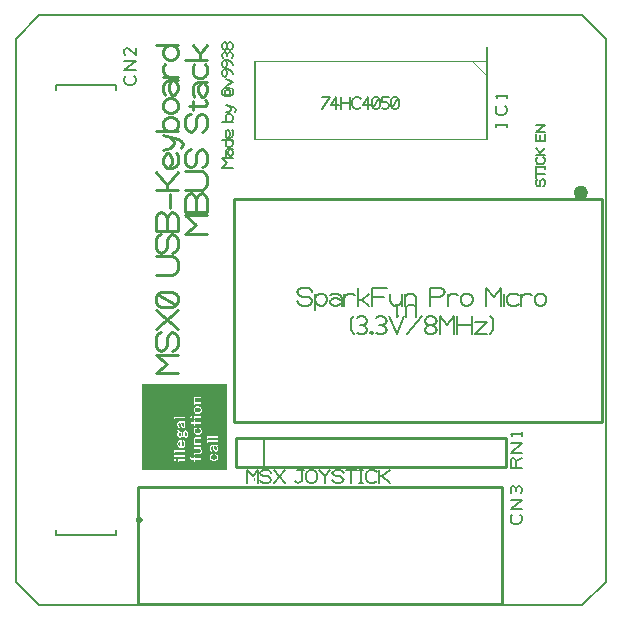
<source format=gbr>
G04 DesignSpark PCB PRO Gerber Version 10.0 Build 5299*
G04 #@! TF.Part,Single*
G04 #@! TF.FileFunction,Legend,Top*
G04 #@! TF.FilePolarity,Positive*
%FSLAX35Y35*%
%MOIN*%
%ADD11C,0.00197*%
%ADD131C,0.00394*%
%ADD10C,0.00500*%
%ADD14C,0.00591*%
%ADD13C,0.00787*%
%ADD12C,0.00984*%
%ADD24C,0.01000*%
%ADD15C,0.02000*%
G04 #@! TD.AperFunction*
X0Y0D02*
D02*
D10*
X76187Y291539D02*
X76500Y291226D01*
X76813Y290601D01*
Y289664D01*
X76500Y289039D01*
X76187Y288726D01*
X75563Y288414D01*
X74313D01*
X73687Y288726D01*
X73375Y289039D01*
X73063Y289664D01*
Y290601D01*
X73375Y291226D01*
X73687Y291539D01*
X76813Y293414D02*
X73063D01*
X76813Y296539D01*
X73063D01*
X76813Y300914D02*
Y298414D01*
X74625Y300601D01*
X74000Y300914D01*
X73375Y300601D01*
X73063Y299976D01*
Y299039D01*
X73375Y298414D01*
X119559Y170846D02*
Y160849D01*
X139000Y280601D02*
X141500Y284351D01*
X139000D01*
X143663Y280601D02*
Y284351D01*
X142100Y281851D01*
X144600D01*
X145200Y280601D02*
Y284351D01*
Y282476D02*
X148325D01*
Y280601D02*
Y284351D01*
X152075Y281226D02*
X151763Y280914D01*
X151137Y280601D01*
X150200D01*
X149575Y280914D01*
X149263Y281226D01*
X148950Y281851D01*
Y283101D01*
X149263Y283726D01*
X149575Y284039D01*
X150200Y284351D01*
X151137D01*
X151763Y284039D01*
X152075Y283726D01*
X154263Y280601D02*
Y284351D01*
X152700Y281851D01*
X155200D01*
X156113Y280914D02*
X156737Y280601D01*
X157363D01*
X157987Y280914D01*
X158300Y281539D01*
Y283414D01*
X157987Y284039D01*
X157363Y284351D01*
X156737D01*
X156113Y284039D01*
X155800Y283414D01*
Y281539D01*
X156113Y280914D01*
X157987Y284039D01*
X158900Y280914D02*
X159525Y280601D01*
X160463D01*
X161087Y280914D01*
X161400Y281539D01*
Y281851D01*
X161087Y282476D01*
X160463Y282789D01*
X158900D01*
Y284351D01*
X161400D01*
X162313Y280914D02*
X162937Y280601D01*
X163563D01*
X164187Y280914D01*
X164500Y281539D01*
Y283414D01*
X164187Y284039D01*
X163563Y284351D01*
X162937D01*
X162313Y284039D01*
X162000Y283414D01*
Y281539D01*
X162313Y280914D01*
X164187Y284039D01*
X170250Y211226D02*
Y214039D01*
X169937Y214664D01*
X169313Y214976D01*
X168063D01*
X167437Y214664D01*
X167125Y214039D01*
Y211226D01*
X164625Y214976D02*
X163375D01*
X164000D02*
Y211226D01*
X164625Y211851D01*
X200563Y274351D02*
Y275601D01*
Y274976D02*
X196813D01*
Y274351D02*
Y275601D01*
X199937Y281539D02*
X200250Y281226D01*
X200563Y280601D01*
Y279664D01*
X200250Y279039D01*
X199937Y278726D01*
X199313Y278414D01*
X198063D01*
X197437Y278726D01*
X197125Y279039D01*
X196813Y279664D01*
Y280601D01*
X197125Y281226D01*
X197437Y281539D01*
X200563Y284039D02*
Y285289D01*
Y284664D02*
X196813D01*
X197437Y284039D01*
X204937Y145289D02*
X205250Y144976D01*
X205563Y144351D01*
Y143414D01*
X205250Y142789D01*
X204937Y142476D01*
X204313Y142164D01*
X203063D01*
X202437Y142476D01*
X202125Y142789D01*
X201813Y143414D01*
Y144351D01*
X202125Y144976D01*
X202437Y145289D01*
X205563Y147164D02*
X201813D01*
X205563Y150289D01*
X201813D01*
X205250Y152476D02*
X205563Y153101D01*
Y153726D01*
X205250Y154351D01*
X204625Y154664D01*
X204000Y154351D01*
X203687Y153726D01*
Y153101D01*
Y153726D02*
X203375Y154351D01*
X202750Y154664D01*
X202125Y154351D01*
X201813Y153726D01*
Y153101D01*
X202125Y152476D01*
X205563Y160914D02*
X201813D01*
Y163101D01*
X202125Y163726D01*
X202750Y164039D01*
X203375Y163726D01*
X203687Y163101D01*
Y160914D01*
Y163101D02*
X205563Y164039D01*
Y165914D02*
X201813D01*
X205563Y169039D01*
X201813D01*
X205563Y171539D02*
Y172789D01*
Y172164D02*
X201813D01*
X202437Y171539D01*
X212524Y254664D02*
X213016Y254910D01*
X213262Y255402D01*
Y256386D01*
X213016Y256878D01*
X212524Y257124D01*
X212031Y256878D01*
X211785Y256386D01*
Y255402D01*
X211539Y254910D01*
X211047Y254664D01*
X210555Y254910D01*
X210309Y255402D01*
Y256386D01*
X210555Y256878D01*
X211047Y257124D01*
X213262Y258847D02*
X210309D01*
Y257617D02*
Y260077D01*
X213262Y260569D02*
Y261554D01*
Y261061D02*
X210309D01*
Y260569D02*
Y261554D01*
X212770Y264487D02*
X213016Y264241D01*
X213262Y263748D01*
Y263010D01*
X213016Y262518D01*
X212770Y262272D01*
X212278Y262026D01*
X211293D01*
X210801Y262272D01*
X210555Y262518D01*
X210309Y263010D01*
Y263748D01*
X210555Y264241D01*
X210801Y264487D01*
X213262Y264979D02*
X210309D01*
X211785D02*
Y265717D01*
X210309Y267439D01*
X211785Y265717D02*
X213262Y267439D01*
Y269703D02*
X210309D01*
Y272164D01*
X211785Y271672D02*
Y269703D01*
X213262D02*
Y272164D01*
Y272656D02*
X210309D01*
X213262Y275117D01*
X210309D01*
X225801Y311839D02*
X233675Y303965D01*
Y122863D01*
X225801Y114989D01*
X44699D01*
X36825Y122863D01*
Y303965D01*
X44699Y311839D01*
X225801D01*
X227350Y252542D02*
G75*
G03*
X223150I-2100J0D01*
G01*
G75*
G03*
X227350I2100J0D01*
G01*
G36*
X227350Y252542D02*
G75*
G03*
X223150I-2100J0D01*
G01*
G75*
G03*
X227350I2100J0D01*
G01*
G37*
D02*
D11*
X78850Y160414D02*
Y188714D01*
X78950Y160413D02*
Y188714D01*
X79050Y160414D02*
Y188713D01*
X79150Y160414D02*
X79150Y188714D01*
X79250Y160414D02*
Y188714D01*
X79350Y160414D02*
Y188714D01*
X79450Y160413D02*
Y188714D01*
X79550Y160414D02*
Y188713D01*
X79650Y160414D02*
X79650Y188713D01*
X79750Y160414D02*
Y188714D01*
X79850Y160414D02*
X79850Y188714D01*
X79950Y160413D02*
Y188714D01*
X80050Y160414D02*
Y188713D01*
X80150Y160414D02*
X80150Y188713D01*
X80250Y160414D02*
Y188714D01*
X80350Y160414D02*
X80350Y188714D01*
X80450Y160413D02*
Y188714D01*
X80550Y160414D02*
Y188713D01*
X80650Y160414D02*
Y188714D01*
X80750Y160414D02*
Y188714D01*
X80850Y160414D02*
Y188714D01*
X80950Y160413D02*
Y188714D01*
X81050Y160414D02*
X81050Y188714D01*
X81150Y160414D02*
Y188714D01*
X81250Y160414D02*
Y188714D01*
X81350Y160414D02*
X81350Y188714D01*
X81450Y160413D02*
Y188714D01*
X81550Y160414D02*
X81550Y188714D01*
X81650Y160414D02*
Y188714D01*
X81750Y160414D02*
Y188714D01*
X81850Y160414D02*
Y188713D01*
X81950Y160413D02*
Y188714D01*
X82050Y160414D02*
X82050Y188714D01*
X82150Y160414D02*
Y188714D01*
X82250Y160413D02*
Y188714D01*
X82350Y160414D02*
Y188713D01*
X82450Y160414D02*
X82450Y188714D01*
X82550Y160414D02*
X82550Y188714D01*
X82650Y160414D02*
Y188714D01*
X82750Y160413D02*
Y188714D01*
X82850Y160414D02*
Y188713D01*
X82950Y160414D02*
X82950Y188714D01*
X83050Y160414D02*
Y188714D01*
X83150Y160414D02*
Y188714D01*
X83250Y160413D02*
Y188714D01*
X83350Y160414D02*
Y188713D01*
X83450Y160414D02*
X83449Y188714D01*
X83550Y160414D02*
Y188714D01*
X83650Y160414D02*
X83650Y188714D01*
X83750Y160413D02*
Y188714D01*
X83850Y160414D02*
Y188713D01*
X83950Y160414D02*
X83950Y188713D01*
X84050Y160414D02*
Y188714D01*
X84150Y160414D02*
X84150Y188714D01*
X84250Y160413D02*
Y188714D01*
X84350Y160414D02*
Y188713D01*
X84450Y160414D02*
Y188714D01*
X84550Y160414D02*
Y188714D01*
X84650Y160414D02*
X84650Y188714D01*
X84750Y160413D02*
Y188714D01*
X84850Y160414D02*
X84850Y188714D01*
X84950Y160414D02*
Y188714D01*
X85050Y160414D02*
Y188714D01*
X85150Y160414D02*
X85150Y188714D01*
X85250Y160413D02*
Y188714D01*
X85350Y160414D02*
X85350Y188714D01*
X85450Y160414D02*
Y188714D01*
X85550Y160414D02*
Y188714D01*
X85650Y160414D02*
Y188713D01*
X85750Y160413D02*
Y188714D01*
X85850Y160414D02*
X85850Y188714D01*
X85950Y160414D02*
Y188714D01*
X86050Y160414D02*
Y188714D01*
X86150Y160414D02*
Y188713D01*
X86250Y160414D02*
X86250Y188714D01*
X86350Y160414D02*
X86350Y188714D01*
X86450Y160414D02*
Y188714D01*
X86550Y160413D02*
Y188714D01*
X86650Y160414D02*
Y188713D01*
X86750Y160414D02*
X86750Y188714D01*
X86850Y160414D02*
Y188714D01*
X86950Y160414D02*
Y188714D01*
X87050Y160413D02*
Y188714D01*
X87150Y160414D02*
Y188713D01*
X87250Y160414D02*
X87249Y188714D01*
X87350Y160414D02*
Y188714D01*
X87450Y160414D02*
X87450Y188714D01*
X87550Y160413D02*
Y188714D01*
X87650Y160414D02*
Y188713D01*
X87750Y160414D02*
X87750Y188713D01*
X87850Y160414D02*
Y188714D01*
X87950Y160414D02*
X87950Y188714D01*
X88050Y160413D02*
Y188714D01*
X88150Y160414D02*
Y188713D01*
X88250Y160414D02*
Y188714D01*
X88350Y160414D02*
Y188714D01*
X88450Y160414D02*
X88450Y188714D01*
X88550Y160413D02*
Y188714D01*
X88650Y160414D02*
X88650Y188714D01*
X88750Y160414D02*
Y188714D01*
X88850Y160414D02*
Y188714D01*
X88950Y160414D02*
X88950Y188714D01*
X89050Y160413D02*
Y188714D01*
X89150Y160414D02*
X89150Y188714D01*
X89250Y160414D02*
Y188714D01*
X89350Y160414D02*
Y163213D01*
Y163914D02*
Y188714D01*
X89450Y160414D02*
Y163113D01*
Y164014D02*
X89450Y164314D01*
X89450Y165514D02*
Y165814D01*
Y167014D02*
Y177013D01*
Y178214D02*
Y188713D01*
X89550Y160413D02*
Y163013D01*
Y164013D02*
Y164313D01*
Y165513D02*
Y165813D01*
Y167013D02*
Y177014D01*
Y178213D02*
Y188714D01*
X89650Y178213D02*
X89650Y188714D01*
X89650Y160414D02*
X89650Y163013D01*
X89650Y165514D02*
X89650Y165813D01*
X89650Y167014D02*
X89650Y177014D01*
Y164014D02*
X89650Y164313D01*
X89750Y160414D02*
Y163014D01*
Y164114D02*
Y164314D01*
Y165514D02*
Y165814D01*
Y167014D02*
Y177014D01*
Y178214D02*
Y188714D01*
X89850Y160414D02*
X89850Y163014D01*
X89850Y164114D02*
X89851Y164314D01*
X89850Y165513D02*
X89851Y165814D01*
X89850Y167013D02*
Y177014D01*
X89850Y178214D02*
X89850Y188714D01*
X89950Y160414D02*
Y163014D01*
Y164014D02*
X89950Y164314D01*
X89950Y165514D02*
Y165814D01*
Y167014D02*
Y177013D01*
Y178214D02*
Y188713D01*
X90050Y165513D02*
Y166114D01*
Y167013D02*
Y177314D01*
Y178213D02*
Y188714D01*
X90050Y160414D02*
X90050Y163114D01*
X90050Y164014D02*
X90050Y164614D01*
X90150Y178213D02*
X90150Y188714D01*
X90150Y160414D02*
Y163214D01*
Y165514D02*
X90150Y166114D01*
X90150Y167014D02*
X90150Y177314D01*
Y163914D02*
Y164614D01*
X90250Y160414D02*
Y164614D01*
Y165514D02*
Y166114D01*
Y167014D02*
Y177314D01*
Y178214D02*
Y188714D01*
X90350Y160413D02*
Y164614D01*
Y165513D02*
Y166114D01*
Y167013D02*
Y177314D01*
X90351Y178214D02*
X90350Y188714D01*
X90450Y160414D02*
Y164613D01*
Y165514D02*
Y166113D01*
Y167014D02*
Y177313D01*
Y178214D02*
Y188713D01*
X90550Y165513D02*
Y166114D01*
Y167013D02*
Y168414D01*
Y172714D02*
Y173113D01*
Y173714D02*
Y174714D01*
Y176014D02*
Y177314D01*
Y178213D02*
Y188714D01*
X90550Y160414D02*
X90550Y164614D01*
X90550Y169514D02*
Y171514D01*
X90650Y172913D02*
X90650Y173014D01*
X90650Y178213D02*
X90650Y188714D01*
X90650Y160414D02*
X90650Y162814D01*
X90650Y165514D02*
X90650Y166114D01*
X90650Y167014D02*
Y168113D01*
Y169814D02*
Y171314D01*
X90650Y164014D02*
Y164614D01*
Y173714D02*
X90650Y174513D01*
X90650Y176314D02*
Y177314D01*
X90750Y160414D02*
Y162814D01*
Y164014D02*
Y164613D01*
Y165514D02*
Y166114D01*
Y167014D02*
Y168014D01*
Y169914D02*
Y171114D01*
Y173714D02*
Y174414D01*
Y176414D02*
Y177314D01*
Y178214D02*
Y188714D01*
X90850Y164014D02*
X90850Y164614D01*
X90850Y170014D02*
Y171114D01*
X90850Y160413D02*
Y162814D01*
Y165513D02*
Y166114D01*
Y167013D02*
Y167914D01*
Y173714D02*
Y174214D01*
Y176514D02*
Y177314D01*
Y178213D02*
Y188714D01*
X90950Y160414D02*
Y162813D01*
Y164014D02*
Y164613D01*
Y165514D02*
Y166113D01*
Y167014D02*
Y167814D01*
Y170114D02*
Y171013D01*
Y173713D02*
Y174213D01*
Y176614D02*
Y177313D01*
Y178214D02*
Y188713D01*
X91050Y175313D02*
X91050Y175514D01*
Y165513D02*
Y166114D01*
Y167013D02*
X91050Y167713D01*
X91050Y168914D02*
Y169013D01*
Y173714D02*
Y174113D01*
Y176713D02*
X91049Y177314D01*
X91050Y178213D02*
X91049Y188714D01*
X91050Y160414D02*
X91050Y162814D01*
X91050Y164014D02*
X91050Y164614D01*
X91050Y170214D02*
X91050Y170914D01*
X91050Y172114D02*
X91150Y160414D02*
Y162814D01*
Y164014D02*
Y164614D01*
Y165514D02*
Y166114D01*
Y167014D02*
Y167613D01*
Y168714D02*
Y169214D01*
Y170314D02*
Y170913D01*
Y171913D02*
Y172314D01*
Y173514D02*
Y174114D01*
Y175114D02*
Y175713D01*
Y176713D02*
Y177314D01*
Y178214D02*
Y188714D01*
X91250Y160414D02*
Y163113D01*
Y164014D02*
Y164613D01*
Y165514D02*
Y166114D01*
Y167014D02*
Y167614D01*
Y168614D02*
Y169314D01*
Y170314D02*
Y170914D01*
Y171814D02*
Y172414D01*
Y173313D02*
Y174114D01*
Y175013D02*
X91250Y175814D01*
X91250Y176714D02*
Y177314D01*
Y178214D02*
X91250Y188714D01*
X91350Y164014D02*
X91350Y164614D01*
Y160413D02*
Y163114D01*
Y165513D02*
Y166114D01*
Y167013D02*
Y167613D01*
Y168513D02*
Y169414D01*
Y170313D02*
Y170914D01*
Y171813D02*
Y172413D01*
Y173313D02*
Y174113D01*
Y175014D02*
Y175814D01*
Y176713D02*
Y177314D01*
Y178213D02*
Y188714D01*
X91450Y160414D02*
Y163113D01*
Y164014D02*
Y164613D01*
Y165514D02*
Y166113D01*
Y167014D02*
Y167514D01*
Y168514D02*
Y169413D01*
Y170413D02*
X91450Y170914D01*
X91450Y171814D02*
X91450Y172414D01*
X91450Y173313D02*
Y174114D01*
Y174914D02*
Y175914D01*
Y176813D02*
Y177313D01*
Y178214D02*
Y188713D01*
X91550Y176813D02*
X91549Y177314D01*
X91550Y165513D02*
Y166114D01*
Y170414D02*
Y170914D01*
Y173313D02*
Y174113D01*
X91550Y160414D02*
X91550Y163114D01*
X91550Y164014D02*
X91550Y164614D01*
X91550Y167014D02*
Y167514D01*
Y171814D02*
X91550Y172413D01*
X91550Y174914D02*
X91550Y175313D01*
X91550Y178214D02*
X91550Y188713D01*
X91650Y160414D02*
Y163114D01*
Y164014D02*
Y164614D01*
Y165513D02*
Y166114D01*
Y167014D02*
Y167514D01*
Y170414D02*
Y170913D01*
Y171913D02*
Y172314D01*
Y173313D02*
Y174914D01*
Y176814D02*
Y177314D01*
Y178214D02*
Y188714D01*
X91750Y160414D02*
Y163113D01*
Y164014D02*
Y164613D01*
Y165514D02*
Y166114D01*
Y167014D02*
Y167514D01*
Y170414D02*
Y170914D01*
Y173213D02*
Y174614D01*
Y178214D02*
X91750Y188714D01*
Y176814D02*
Y177314D01*
X91850Y160413D02*
Y163114D01*
Y164013D02*
Y164614D01*
Y165513D02*
Y166114D01*
Y167013D02*
Y167513D01*
Y170414D02*
Y171014D01*
Y173214D02*
Y174514D01*
Y176814D02*
Y177314D01*
Y178213D02*
Y188714D01*
X91950Y160414D02*
Y163113D01*
Y164014D02*
Y164613D01*
Y165514D02*
Y166113D01*
Y167014D02*
Y167514D01*
Y173114D02*
Y174313D01*
Y176813D02*
Y177313D01*
Y178214D02*
Y188713D01*
X91950Y170414D02*
X91950Y171114D01*
X92050Y173013D02*
X92050Y174214D01*
X92050Y175813D02*
X92050Y175914D01*
X92050Y176813D02*
X92050Y177314D01*
X92050Y160414D02*
Y163114D01*
Y165513D02*
Y166114D01*
Y170414D02*
Y171214D01*
X92050Y164014D02*
X92050Y164614D01*
X92050Y167014D02*
Y167514D01*
Y178214D02*
X92050Y188713D01*
X92150Y160414D02*
Y163114D01*
Y164014D02*
Y164614D01*
Y165513D02*
Y166114D01*
Y167014D02*
Y167514D01*
Y168414D02*
Y171214D01*
Y172913D02*
Y174113D01*
Y175414D02*
Y175914D01*
Y176814D02*
Y177314D01*
Y178214D02*
Y188714D01*
X92250Y175214D02*
X92250Y175914D01*
Y160414D02*
Y163113D01*
Y164014D02*
Y164613D01*
Y165514D02*
Y166113D01*
Y167014D02*
Y167514D01*
Y168413D02*
Y171114D01*
Y172614D02*
Y174114D01*
Y178214D02*
X92250Y188714D01*
Y176814D02*
Y177314D01*
X92350Y160413D02*
Y163114D01*
Y164013D02*
Y164614D01*
Y165513D02*
Y166114D01*
Y167013D02*
Y167513D01*
Y168414D02*
Y169613D01*
Y170414D02*
Y171014D01*
Y171913D02*
Y174014D01*
Y175014D02*
Y175913D01*
Y176814D02*
Y177314D01*
Y178213D02*
Y188714D01*
X92450Y160414D02*
Y163113D01*
Y164014D02*
Y164613D01*
Y165514D02*
X92450Y166114D01*
X92450Y167014D02*
Y167514D01*
Y168514D02*
X92450Y169614D01*
X92450Y175013D02*
Y175914D01*
Y176813D02*
X92450Y177314D01*
Y170414D02*
X92450Y171013D01*
X92450Y172414D02*
Y174014D01*
Y178214D02*
X92450Y188713D01*
X92550Y165513D02*
Y166114D01*
Y170414D02*
X92550Y171013D01*
X92550Y173113D02*
X92550Y174014D01*
Y160414D02*
X92550Y163114D01*
X92550Y164014D02*
X92550Y164614D01*
X92550Y167014D02*
Y167514D01*
Y168514D02*
Y169614D01*
Y174914D02*
X92550Y175713D01*
X92550Y176814D02*
Y177314D01*
Y178214D02*
Y188714D01*
X92650Y160414D02*
Y163114D01*
Y164014D02*
Y164614D01*
Y165513D02*
Y166114D01*
Y167014D02*
Y167613D01*
Y170313D02*
Y171014D01*
Y173314D02*
Y174014D01*
Y175014D02*
Y175614D01*
Y176814D02*
Y177314D01*
X92650Y178214D02*
X92650Y188714D01*
X92651Y168613D02*
X92650Y169514D01*
X92750Y160414D02*
Y163113D01*
Y164014D02*
Y164613D01*
Y165514D02*
Y166113D01*
Y167014D02*
X92750Y167614D01*
X92750Y168713D02*
Y169413D01*
Y170314D02*
Y171013D01*
Y173514D02*
Y174014D01*
Y175013D02*
Y175513D01*
Y176814D02*
Y177314D01*
Y178214D02*
Y188714D01*
X92850Y160413D02*
Y163114D01*
Y164013D02*
Y164614D01*
Y165513D02*
Y166114D01*
Y167013D02*
Y167714D01*
Y170313D02*
Y171113D01*
Y173613D02*
Y174014D01*
Y176814D02*
Y177314D01*
Y178213D02*
Y188714D01*
X92949Y164014D02*
X92950Y164613D01*
X92950Y178213D02*
X92950Y188714D01*
X92950Y160414D02*
Y163113D01*
Y165514D02*
X92950Y166114D01*
X92950Y167014D02*
Y167713D01*
Y173614D02*
Y174114D01*
X92950Y170214D02*
X92949Y171114D01*
X92950Y176814D02*
Y177314D01*
X93050Y160414D02*
Y163113D01*
Y164014D02*
Y164614D01*
Y165514D02*
Y166114D01*
Y167014D02*
Y167814D01*
Y170114D02*
Y170914D01*
Y173614D02*
Y174114D01*
Y176814D02*
Y177314D01*
Y178214D02*
Y188714D01*
X93150Y160414D02*
Y163114D01*
Y164014D02*
Y164614D01*
Y165513D02*
Y166114D01*
Y167013D02*
Y167914D01*
Y170014D02*
Y170913D01*
Y171814D02*
Y172314D01*
Y173714D02*
Y174214D01*
Y176814D02*
Y177314D01*
X93150Y178214D02*
X93150Y188714D01*
X93250Y160414D02*
Y163113D01*
Y164014D02*
Y164613D01*
Y165514D02*
Y166113D01*
Y167014D02*
X93250Y168114D01*
X93250Y169814D02*
Y170814D01*
Y171713D02*
Y172713D01*
Y173713D02*
Y174313D01*
Y175813D02*
Y176013D01*
Y176813D02*
X93250Y177314D01*
X93250Y178214D02*
Y188713D01*
X93350Y160413D02*
Y168414D01*
Y169613D02*
Y170813D01*
Y171714D02*
X93350Y172814D01*
X93350Y173714D02*
Y174514D01*
Y175613D02*
Y188714D01*
X93450Y160414D02*
Y170814D01*
Y171713D02*
Y172814D01*
X93450Y173714D02*
Y188714D01*
X93550Y160414D02*
Y170814D01*
Y171913D02*
Y172614D01*
Y173714D02*
Y188714D01*
X93650Y160414D02*
Y170813D01*
Y173613D02*
Y188714D01*
X93750Y160414D02*
Y170913D01*
Y173614D02*
Y188713D01*
X93850Y160413D02*
Y170914D01*
Y173514D02*
Y188714D01*
X93950Y173413D02*
X93950Y188714D01*
X93950Y160414D02*
Y171013D01*
X94050Y160414D02*
Y171213D01*
Y173214D02*
Y188714D01*
X94150Y172814D02*
X94150Y188714D01*
Y160413D02*
X94150Y171614D01*
X94250Y160414D02*
Y188713D01*
X94350Y160414D02*
X94350Y188714D01*
X94450Y160414D02*
X94450Y188714D01*
X94550Y160414D02*
Y188714D01*
X94650Y160413D02*
Y188714D01*
X94750Y160414D02*
Y177513D01*
Y178113D02*
Y188713D01*
X94850Y164913D02*
X94850Y177413D01*
Y178213D02*
X94850Y188714D01*
X94850Y160414D02*
X94850Y163913D01*
X94950Y160414D02*
Y163614D01*
Y164914D02*
Y177314D01*
Y178313D02*
Y188714D01*
X95050Y160414D02*
Y163514D01*
Y178314D02*
X95050Y188714D01*
Y164914D02*
X95050Y177314D01*
X95150Y160413D02*
X95150Y163514D01*
X95150Y164914D02*
X95150Y175414D01*
X95150Y176314D02*
Y177314D01*
Y178314D02*
Y188714D01*
X95250Y160414D02*
Y163413D01*
Y164913D02*
Y175414D01*
Y176313D02*
Y177313D01*
Y178313D02*
Y188713D01*
X95350Y164913D02*
X95350Y175414D01*
X95350Y176313D02*
X95349Y177314D01*
X95350Y160414D02*
X95350Y163413D01*
X95350Y178314D02*
X95350Y188713D01*
X95450Y160414D02*
Y163414D01*
Y164313D02*
Y175414D01*
Y176314D02*
Y177314D01*
Y178313D02*
Y188714D01*
X95550Y160414D02*
X95551Y163414D01*
X95550Y164314D02*
Y175414D01*
Y178214D02*
X95550Y188714D01*
Y176314D02*
X95550Y177414D01*
X95650Y160413D02*
Y163414D01*
Y164313D02*
Y175413D01*
Y176314D02*
Y177613D01*
Y178014D02*
Y188714D01*
X95750Y160414D02*
Y163413D01*
Y176313D02*
Y188713D01*
X95750Y164314D02*
X95750Y175414D01*
X95850Y176313D02*
Y188713D01*
X95850Y160414D02*
X95850Y163413D01*
X95850Y164313D02*
X95850Y175414D01*
X95950Y160414D02*
Y163414D01*
Y164313D02*
Y169714D01*
Y170814D02*
Y172814D01*
Y176314D02*
Y179714D01*
Y180814D02*
Y183414D01*
Y184414D02*
Y188714D01*
X95950Y173914D02*
X95950Y175414D01*
X96050Y160414D02*
X96051Y162914D01*
X96050Y168014D02*
Y168314D01*
Y169413D02*
X96051Y169514D01*
X96050Y174114D02*
Y174914D01*
Y177013D02*
X96051Y177114D01*
X96050Y178314D02*
Y179414D01*
Y183014D02*
Y183113D01*
Y184613D02*
X96050Y188714D01*
Y164914D02*
X96050Y165014D01*
X96050Y181114D02*
X96051Y181914D01*
Y166214D02*
X96050Y167114D01*
X96051Y171014D02*
X96050Y172514D01*
X96150Y160413D02*
Y162914D01*
Y164914D02*
Y165013D01*
Y168013D02*
Y168313D01*
Y171113D02*
Y172313D01*
Y177014D02*
Y177113D01*
Y178314D02*
Y179314D01*
Y181213D02*
X96150Y181913D01*
X96150Y183013D02*
Y184713D02*
Y188714D01*
X96150Y166213D02*
X96150Y167114D01*
X96150Y174313D02*
X96150Y174913D01*
X96250Y160414D02*
Y162913D01*
Y164913D02*
Y165014D01*
Y166213D02*
X96250Y167114D01*
X96250Y168014D02*
Y168314D01*
Y171213D02*
Y172213D01*
Y177013D02*
Y177113D01*
Y178313D02*
Y179214D01*
Y181313D02*
Y181913D01*
X96250Y174414D02*
X96250Y174914D01*
X96250Y184814D02*
X96250Y188713D01*
X96350Y166213D02*
Y167114D01*
Y171214D02*
X96350Y172114D01*
X96350Y174513D02*
X96350Y174914D01*
X96350Y177014D02*
Y177113D01*
Y178314D02*
X96350Y179113D01*
X96350Y181413D02*
Y181913D01*
X96350Y160414D02*
X96350Y162913D01*
X96350Y164914D02*
X96350Y165013D01*
X96350Y168014D02*
Y168314D01*
Y184914D02*
Y188714D01*
X96450Y160414D02*
Y162914D01*
Y164914D02*
Y165013D01*
Y166214D02*
Y167113D01*
Y168014D02*
Y168314D01*
Y171314D02*
Y172014D01*
Y174613D02*
Y174914D01*
Y177014D02*
Y177114D01*
Y178314D02*
Y179013D01*
Y184914D02*
Y188714D01*
X96450Y181514D02*
X96450Y181914D01*
X96550Y180014D02*
Y180514D01*
X96550Y160414D02*
Y162913D01*
Y164914D02*
Y165014D01*
Y166213D02*
X96550Y167114D01*
X96550Y168014D02*
Y168314D01*
Y169814D02*
Y170314D01*
Y171314D02*
Y172013D01*
Y173114D02*
Y173614D01*
Y174614D02*
Y174914D01*
Y177013D02*
Y177113D01*
Y178313D02*
Y178914D01*
Y181614D02*
Y181913D01*
Y183413D02*
Y183913D01*
Y184914D02*
Y188714D01*
X96650Y160413D02*
Y163414D01*
Y164313D02*
Y165313D01*
Y168013D02*
Y168613D01*
Y169714D02*
Y170414D01*
Y171313D02*
Y171913D01*
Y172913D02*
Y173714D01*
Y174613D02*
Y175413D01*
Y176314D02*
Y177413D01*
Y178314D02*
Y178913D01*
Y179913D02*
Y180614D01*
Y181614D02*
Y182213D01*
Y183313D02*
Y184013D01*
Y184914D02*
Y188714D01*
X96650Y166213D02*
X96650Y167114D01*
X96750Y164313D02*
Y165313D01*
Y169613D02*
X96750Y170414D01*
X96750Y172913D02*
X96750Y173813D01*
Y160414D02*
Y163413D01*
Y166213D02*
X96750Y167114D01*
X96750Y168014D02*
X96750Y168613D01*
X96750Y171314D02*
X96750Y171913D01*
X96750Y174614D02*
X96750Y175414D01*
X96750Y176313D02*
Y177414D01*
Y178313D02*
Y178914D01*
Y179813D02*
Y180714D01*
Y181714D02*
Y182214D01*
Y183214D02*
X96750Y184014D01*
X96750Y184914D02*
Y188714D01*
X96850Y160414D02*
X96850Y163413D01*
X96850Y164313D02*
Y165314D01*
Y166213D02*
Y167114D01*
Y168014D02*
Y168613D01*
Y169513D02*
Y170414D01*
Y171314D02*
Y171913D01*
Y172813D02*
Y173813D01*
Y174614D02*
Y175414D01*
Y176314D02*
Y177414D01*
Y178314D02*
Y178813D01*
Y179814D02*
Y180713D01*
Y181714D02*
Y182214D01*
Y183114D02*
Y184014D01*
Y184914D02*
Y188714D01*
X96950Y160414D02*
Y163414D01*
Y166214D02*
Y167113D01*
Y168014D02*
X96951Y168614D01*
X96950Y169514D02*
Y170414D01*
Y171314D02*
Y171814D01*
Y172814D02*
Y173814D01*
Y174613D02*
Y175414D01*
Y176314D02*
Y177413D01*
Y178314D02*
Y178814D01*
Y179714D02*
Y180814D01*
Y181713D02*
Y182213D01*
Y183114D02*
Y184114D01*
Y184914D02*
Y188714D01*
X96951Y164313D02*
Y165314D01*
X97050Y164314D02*
X97050Y165314D01*
X97050Y184914D02*
X97050Y188713D01*
Y160414D02*
Y163413D01*
Y166213D02*
Y167113D01*
Y168014D02*
X97050Y168614D01*
X97050Y169513D02*
Y170413D01*
Y171314D02*
Y171814D01*
Y172814D02*
Y173813D01*
Y174614D02*
Y175414D01*
Y176313D02*
Y177414D01*
Y178313D02*
Y178813D01*
Y179714D02*
Y180813D01*
Y181714D02*
Y182214D01*
Y183113D02*
Y184113D01*
X97150Y160413D02*
X97150Y163414D01*
X97150Y164313D02*
Y165313D01*
Y168013D02*
Y168613D01*
Y171313D02*
Y171813D01*
Y172714D02*
Y175413D01*
Y176314D02*
Y177413D01*
Y178314D02*
Y178814D01*
Y179713D02*
Y180814D01*
Y181713D02*
Y182213D01*
Y183114D02*
Y184114D01*
Y184914D02*
Y188714D01*
X97150Y166213D02*
X97150Y167114D01*
X97150Y169513D02*
X97150Y170414D01*
X97250Y164313D02*
Y165313D01*
X97250Y160414D02*
Y163413D01*
Y166213D02*
Y167113D01*
Y168014D02*
X97250Y168613D01*
X97250Y169513D02*
X97250Y170414D01*
X97250Y171314D02*
Y171814D01*
Y178313D02*
Y178813D01*
Y181714D02*
Y182214D01*
Y183113D02*
Y184113D01*
X97250Y172714D02*
X97249Y175414D01*
X97250Y176314D02*
X97250Y177414D01*
X97250Y179714D02*
Y180814D01*
Y184914D02*
Y188714D01*
X97350Y160414D02*
Y163413D01*
Y164313D02*
Y165314D01*
Y166213D02*
Y167114D01*
Y168014D02*
Y168614D01*
Y169513D02*
Y170414D01*
Y171314D02*
Y171814D01*
Y172714D02*
Y175414D01*
Y176314D02*
Y177414D01*
Y178314D02*
Y178813D01*
Y179714D02*
Y180814D01*
Y181714D02*
Y182214D01*
Y183113D02*
Y184114D01*
Y184914D02*
Y188714D01*
X97450Y160414D02*
Y163414D01*
Y166214D02*
Y167113D01*
Y168014D02*
X97451Y168614D01*
X97450Y169514D02*
Y170414D01*
Y171313D02*
Y171814D01*
Y172714D02*
X97450Y175414D01*
X97450Y176314D02*
Y177413D01*
Y178314D02*
Y178814D01*
Y179714D02*
Y180814D01*
Y181713D02*
Y182213D01*
Y183114D02*
Y184114D01*
Y184914D02*
Y188714D01*
X97451Y164314D02*
Y165314D01*
X97550Y164314D02*
X97550Y165314D01*
Y160414D02*
Y163413D01*
Y166213D02*
Y167113D01*
Y168014D02*
Y168614D01*
Y169513D02*
Y170413D01*
Y171314D02*
Y171814D01*
Y172713D02*
Y175414D01*
Y176313D02*
Y177414D01*
Y178313D02*
Y178813D01*
Y179714D02*
Y180813D01*
Y181714D02*
Y182214D01*
Y183113D02*
Y184113D01*
Y184913D02*
Y188713D01*
X97650Y160413D02*
X97650Y163414D01*
X97650Y164313D02*
Y165313D01*
Y168013D02*
Y168613D01*
Y171313D02*
Y171813D01*
Y174613D02*
Y175413D01*
Y176314D02*
Y177413D01*
Y178314D02*
Y178814D01*
Y181713D02*
Y182213D01*
Y183114D02*
Y184114D01*
Y184914D02*
Y188714D01*
X97650Y166214D02*
X97650Y167114D01*
X97650Y169513D02*
X97650Y170414D01*
X97650Y172814D02*
X97650Y173913D01*
X97650Y179714D02*
X97650Y180814D01*
X97750Y164313D02*
Y165313D01*
X97750Y160414D02*
Y163413D01*
Y166213D02*
Y167113D01*
Y168014D02*
X97750Y168613D01*
X97750Y169513D02*
Y170414D01*
Y171314D02*
Y171814D01*
Y172814D02*
Y173813D01*
Y174614D02*
X97750Y175414D01*
X97750Y178313D02*
Y178813D01*
Y179714D02*
X97750Y180814D01*
X97750Y181714D02*
Y182214D01*
Y183113D02*
X97750Y184114D01*
Y176314D02*
X97750Y177414D01*
X97750Y184914D02*
Y188714D01*
X97850Y160414D02*
X97850Y163414D01*
X97850Y164314D02*
Y165314D01*
Y166213D02*
Y167114D01*
Y168014D02*
Y168614D01*
Y169513D02*
Y170414D01*
Y171314D02*
Y171914D01*
Y172813D02*
Y173813D01*
Y174614D02*
Y175414D01*
Y176314D02*
Y177414D01*
Y178314D02*
Y178813D01*
Y179813D02*
Y180714D01*
Y181714D02*
Y182214D01*
Y183113D02*
Y184114D01*
Y184914D02*
Y188714D01*
X97950Y166214D02*
X97950Y167113D01*
X97950Y169514D02*
X97950Y170414D01*
Y160413D02*
X97950Y163414D01*
X97950Y168013D02*
X97951Y168614D01*
X97950Y171313D02*
X97951Y171914D01*
X97950Y174613D02*
X97950Y175414D01*
X97950Y176314D02*
Y177413D01*
Y178314D02*
Y178814D01*
Y179814D02*
Y180713D01*
Y181713D02*
Y182213D01*
Y183114D02*
Y184114D01*
Y184914D02*
Y188714D01*
X97951Y164314D02*
Y165314D01*
Y172914D02*
X97950Y173814D01*
X98050Y160414D02*
Y163413D01*
Y166213D02*
Y167014D01*
Y168014D02*
Y168614D01*
Y169513D02*
Y170413D01*
Y171314D02*
X98050Y171913D01*
X98050Y172914D02*
Y173713D01*
Y174614D02*
Y175414D01*
Y176313D02*
Y177414D01*
Y178313D02*
Y178914D01*
Y179914D02*
Y180613D01*
Y181613D02*
Y182214D01*
Y183113D02*
Y184113D01*
Y184913D02*
Y188713D01*
X98050Y164313D02*
X98050Y165314D01*
X98150Y164313D02*
Y165313D01*
Y166313D02*
Y166813D01*
Y171313D02*
X98150Y172014D01*
X98150Y173014D02*
Y173613D01*
Y174514D02*
X98150Y175414D01*
X98150Y176514D02*
Y177413D01*
Y178314D02*
Y178913D01*
Y180013D02*
Y180513D01*
Y181614D02*
Y182213D01*
Y183114D02*
Y184114D01*
Y184914D02*
Y188714D01*
X98150Y160414D02*
Y163414D01*
Y168014D02*
X98150Y168613D01*
X98150Y169514D02*
X98150Y170414D01*
X98250Y181513D02*
X98250Y182214D01*
Y160414D02*
Y163413D01*
Y164313D02*
X98250Y165313D01*
X98250Y168014D02*
X98250Y168613D01*
X98250Y169513D02*
X98250Y170414D01*
X98250Y171314D02*
X98250Y172014D01*
X98250Y174513D02*
X98250Y175414D01*
X98250Y178313D02*
Y179013D01*
Y183113D02*
X98250Y184114D01*
Y166414D02*
X98250Y166614D01*
X98250Y173214D02*
X98250Y173413D01*
X98250Y177014D02*
X98250Y177414D01*
X98250Y180114D02*
Y180314D01*
Y184914D02*
Y188714D01*
X98350Y160414D02*
X98350Y163414D01*
X98350Y164314D02*
Y165414D01*
Y168014D02*
Y168614D01*
Y169513D02*
Y170414D01*
Y171314D02*
Y172114D01*
Y174414D02*
Y175414D01*
Y177014D02*
Y177414D01*
Y178314D02*
Y179014D01*
Y181514D02*
Y182214D01*
Y183113D02*
Y184113D01*
Y184914D02*
Y188714D01*
X98450Y169514D02*
X98450Y170414D01*
X98450Y174314D02*
X98450Y175514D01*
X98450Y181414D02*
X98450Y182213D01*
Y160413D02*
X98450Y163414D01*
X98450Y164313D02*
Y165414D01*
Y168013D02*
Y168613D01*
Y171313D02*
Y172214D01*
Y177014D02*
Y177413D01*
Y178314D02*
X98450Y179114D01*
X98450Y183114D02*
Y184114D01*
Y184914D02*
Y188714D01*
X98550Y160414D02*
Y163413D01*
Y168014D02*
X98550Y168613D01*
X98550Y169513D02*
Y170413D01*
Y171314D02*
Y172314D01*
Y174213D02*
Y175513D01*
Y177013D02*
Y177414D01*
Y178313D02*
Y179214D01*
Y181313D02*
Y182214D01*
Y183113D02*
Y184113D01*
Y184913D02*
Y188713D01*
X98550Y164313D02*
X98550Y165514D01*
X98650Y167213D02*
Y169513D02*
X98650Y170414D01*
X98650Y181114D02*
X98650Y182213D01*
X98650Y184914D02*
Y188714D01*
X98650Y164313D02*
Y165614D01*
Y174113D02*
Y175713D01*
Y177014D02*
Y177413D01*
Y183114D02*
Y184114D01*
X98650Y160414D02*
X98650Y163413D01*
X98650Y168014D02*
X98650Y168613D01*
X98650Y171314D02*
X98650Y172413D01*
X98650Y178314D02*
Y179414D01*
X98750Y173913D02*
X98750Y179614D01*
Y160414D02*
X98750Y165813D01*
X98750Y167014D02*
Y172613D01*
Y180914D02*
Y188714D01*
X98850Y160414D02*
Y188714D01*
X98950Y160413D02*
Y188714D01*
X99050Y160414D02*
Y188713D01*
X99150Y160414D02*
X99150Y188713D01*
X99250Y160414D02*
Y188714D01*
X99350Y160414D02*
X99350Y188714D01*
X99450Y160413D02*
Y188714D01*
X99550Y160414D02*
Y188713D01*
X99650Y160414D02*
X99650Y188713D01*
X99750Y160414D02*
Y188714D01*
X99850Y160414D02*
X99850Y188714D01*
X99950Y160413D02*
Y188714D01*
X100050Y160414D02*
Y188713D01*
X100150Y160414D02*
Y188714D01*
X100250Y160414D02*
Y188714D01*
X100350Y160414D02*
X100350Y169114D01*
X100350Y170314D02*
Y170614D01*
Y171814D02*
Y188714D01*
X100450Y160413D02*
Y169113D01*
Y170313D02*
Y170613D01*
Y171813D02*
Y188714D01*
X100550Y160414D02*
X100550Y169113D01*
X100550Y170314D02*
X100550Y170613D01*
X100550Y171814D02*
X100550Y188714D01*
X100650Y160414D02*
Y169114D01*
Y170314D02*
Y170614D01*
Y171814D02*
Y188714D01*
X100750Y160414D02*
X100751Y169114D01*
X100750Y170313D02*
X100750Y170614D01*
X100750Y171814D02*
Y188714D01*
X100850Y160414D02*
Y169413D01*
Y170314D02*
Y170913D01*
Y171814D02*
X100850Y188714D01*
X100950Y160413D02*
Y169414D01*
Y170313D02*
Y170914D01*
Y171813D02*
Y188714D01*
X101050Y160414D02*
X101050Y169414D01*
X101050Y170314D02*
Y170913D01*
Y171814D02*
X101050Y188714D01*
X101150Y160414D02*
Y169414D01*
Y170314D02*
Y170914D01*
Y171814D02*
Y188714D01*
X101250Y160414D02*
Y169414D01*
Y170313D02*
Y170913D01*
Y171814D02*
Y188714D01*
X101350Y160414D02*
Y164014D01*
Y165014D02*
Y167014D01*
Y168014D02*
Y169413D01*
Y170314D02*
Y170913D01*
Y171814D02*
Y188713D01*
X101450Y160413D02*
Y163713D01*
Y165313D02*
X101450Y166714D01*
X101450Y170313D02*
Y170914D01*
Y171813D02*
Y188714D01*
X101450Y168314D02*
X101450Y169414D01*
X101550Y160414D02*
Y163613D01*
Y168514D02*
X101550Y169414D01*
X101550Y170314D02*
Y170913D01*
Y171814D02*
X101550Y188714D01*
Y165414D02*
X101550Y166514D01*
X101650Y160414D02*
Y163413D01*
Y165614D02*
Y166414D01*
Y168614D02*
Y169414D01*
Y170314D02*
Y170914D01*
Y171814D02*
Y188714D01*
X101750Y165714D02*
X101751Y166314D01*
X101750Y160413D02*
Y163313D01*
Y168714D02*
Y169414D01*
Y170313D02*
Y170913D01*
Y171813D02*
Y188714D01*
X101850Y160414D02*
Y163313D01*
Y165713D02*
Y166213D01*
Y168814D02*
Y169413D01*
Y170314D02*
Y170913D01*
Y171814D02*
Y188713D01*
X101950Y164313D02*
X101950Y164714D01*
X101950Y165813D02*
X101950Y166214D01*
X101950Y167313D02*
X101950Y167714D01*
X101950Y168813D02*
Y169414D01*
Y170313D02*
Y170914D01*
Y171813D02*
Y188714D01*
X101950Y160414D02*
X101950Y163213D01*
X102050Y165813D02*
X102050Y166213D01*
Y160414D02*
Y163113D01*
Y167213D02*
X102050Y167914D01*
X102050Y168814D02*
X102050Y169414D01*
X102050Y170314D02*
Y170913D01*
Y171814D02*
X102050Y188714D01*
Y164114D02*
Y164914D01*
X102150Y160414D02*
Y163113D01*
Y164113D02*
Y164914D01*
Y165814D02*
Y166213D01*
Y167114D02*
Y167913D01*
Y168914D02*
Y169414D01*
Y170314D02*
Y170914D01*
Y171814D02*
Y188714D01*
X102250Y160413D02*
Y163114D01*
Y168914D02*
Y169414D01*
Y170313D02*
X102251Y170914D01*
X102250Y171813D02*
Y188714D01*
X102250Y164014D02*
X102250Y165013D01*
X102251Y165814D02*
X102250Y166214D01*
X102251Y167114D02*
X102250Y168013D01*
X102350Y160414D02*
Y163014D01*
Y164014D02*
Y165014D01*
Y165814D02*
Y166213D01*
Y167014D02*
Y167713D01*
Y168913D02*
Y169413D01*
Y170314D02*
Y170913D01*
Y171814D02*
Y188713D01*
X102450Y165813D02*
X102450Y167213D01*
X102450Y168914D02*
Y169414D01*
Y170313D02*
Y170914D01*
X102450Y160414D02*
X102450Y163013D01*
X102450Y164014D02*
X102450Y165013D01*
X102450Y171814D02*
X102450Y188714D01*
X102550Y160414D02*
Y163014D01*
Y163914D02*
Y166913D01*
Y168914D02*
Y169414D01*
Y170314D02*
Y170913D01*
Y171814D02*
Y188714D01*
X102650Y160414D02*
Y163014D01*
Y168913D02*
Y169414D01*
Y170314D02*
Y170914D01*
Y171814D02*
Y188714D01*
X102650Y163914D02*
X102651Y166714D01*
X102750Y160413D02*
Y163013D01*
Y163914D02*
Y166513D01*
Y168914D02*
Y169414D01*
Y170313D02*
Y170914D01*
Y171813D02*
Y188714D01*
X102850Y160414D02*
Y163014D01*
Y163913D02*
Y166413D01*
Y168913D02*
Y169413D01*
Y170314D02*
Y170913D01*
Y171814D02*
Y188713D01*
X102950Y163913D02*
X102950Y166313D01*
X102950Y167713D02*
X102950Y168014D01*
X102950Y168914D02*
Y169414D01*
Y170313D02*
Y170914D01*
X102950Y160414D02*
Y163014D01*
Y171814D02*
X102949Y188714D01*
X103050Y160414D02*
Y163014D01*
Y163914D02*
Y166213D01*
Y167414D02*
Y168014D01*
Y168914D02*
Y169414D01*
Y170314D02*
Y170913D01*
Y171814D02*
Y188714D01*
X103150Y160414D02*
Y163014D01*
Y164014D02*
Y165014D01*
Y165814D02*
X103151Y166214D01*
X103150Y168913D02*
Y169413D01*
Y170314D02*
Y170914D01*
Y171814D02*
X103150Y188714D01*
X103151Y167214D02*
X103150Y168014D01*
X103250Y164014D02*
X103250Y165013D01*
Y160413D02*
Y163013D01*
Y165813D02*
X103250Y166214D01*
X103250Y167114D02*
Y168013D01*
Y168914D02*
Y169414D01*
Y170313D02*
Y170914D01*
Y171813D02*
Y188714D01*
X103350Y160414D02*
Y163113D01*
Y164014D02*
Y165014D01*
Y168913D02*
Y169413D01*
Y170314D02*
X103350Y170914D01*
X103350Y171814D02*
Y188713D01*
X103350Y165814D02*
X103350Y166113D01*
X103350Y167114D02*
X103350Y167913D01*
X103450Y164114D02*
X103450Y164913D01*
X103450Y165813D02*
Y166114D01*
Y167114D02*
X103450Y167814D01*
X103450Y168914D02*
Y169414D01*
Y170313D02*
Y170914D01*
X103450Y160414D02*
X103450Y163114D01*
X103450Y171814D02*
X103450Y188713D01*
X103550Y160414D02*
Y163114D01*
Y164214D02*
Y164813D01*
Y165713D02*
Y166114D01*
Y167113D02*
Y167714D01*
Y168914D02*
Y169414D01*
Y170314D02*
Y170913D01*
Y171814D02*
Y188714D01*
X103650Y160414D02*
Y163214D01*
Y168913D02*
Y169413D01*
Y170314D02*
X103650Y170914D01*
X103650Y171814D02*
X103650Y188714D01*
X103651Y164414D02*
X103650Y164714D01*
X103651Y165714D02*
Y166214D01*
Y167214D02*
X103650Y167413D01*
X103750Y160413D02*
Y163314D01*
Y165614D02*
X103750Y166213D01*
X103750Y168914D02*
Y169414D01*
Y170313D02*
Y170914D01*
Y171813D02*
Y188714D01*
X103850Y160414D02*
X103850Y163314D01*
X103850Y165613D02*
Y166213D01*
Y168913D02*
Y169413D01*
Y170314D02*
X103850Y170914D01*
X103850Y171814D02*
Y188713D01*
X103950Y165513D02*
X103950Y166314D01*
X103950Y168914D02*
Y169414D01*
X103950Y160414D02*
X103950Y163413D01*
X103950Y170314D02*
X103950Y170914D01*
X103950Y171814D02*
Y188714D01*
X104050Y160414D02*
Y163614D01*
Y168014D02*
Y168113D01*
Y169014D02*
Y169414D01*
Y170313D02*
Y170913D01*
Y171814D02*
Y188714D01*
X104050Y165314D02*
X104050Y166414D01*
X104150Y160414D02*
X104150Y163814D01*
X104150Y167814D02*
X104150Y188714D01*
X104151Y165214D02*
X104150Y166514D01*
X104250Y160413D02*
Y164213D01*
Y164813D02*
Y166914D01*
Y167414D02*
Y188714D01*
X104350Y160414D02*
X104350Y188714D01*
X104450Y160414D02*
Y188714D01*
X104550Y160414D02*
Y188714D01*
X104650Y160414D02*
X104650Y188714D01*
X104750Y160413D02*
Y188714D01*
X104850Y160414D02*
X104850Y188714D01*
X104950Y160414D02*
Y188714D01*
X105050Y160414D02*
Y188714D01*
X105150Y160414D02*
Y188713D01*
X105250Y160413D02*
Y188714D01*
X105350Y160414D02*
X105350Y188714D01*
X105450Y160414D02*
Y188714D01*
X105550Y160414D02*
Y188714D01*
X105650Y160414D02*
Y188713D01*
X105750Y160414D02*
X105750Y188714D01*
X105850Y160414D02*
X105850Y188714D01*
X105950Y160414D02*
Y188714D01*
X106050Y160413D02*
Y188714D01*
X106150Y160414D02*
Y188713D01*
X106250Y160414D02*
X106250Y188714D01*
X106350Y160414D02*
Y188714D01*
X106450Y160414D02*
Y188714D01*
X106550Y160413D02*
Y188714D01*
X106650Y160414D02*
Y188713D01*
X106750Y160414D02*
X106749Y188714D01*
X106850Y160414D02*
Y188714D01*
X106950Y160414D02*
X106950Y188714D01*
X107050Y160413D02*
Y188714D01*
D02*
D12*
X90904Y192481D02*
X83522D01*
X87213Y195557D01*
X83522Y198632D01*
X90904D01*
X89059Y199863D02*
X90289Y200478D01*
X90904Y201708D01*
Y204169D01*
X90289Y205399D01*
X89059Y206014D01*
X87829Y205399D01*
X87213Y204169D01*
Y201708D01*
X86598Y200478D01*
X85368Y199863D01*
X84138Y200478D01*
X83522Y201708D01*
Y204169D01*
X84138Y205399D01*
X85368Y206014D01*
X90904Y207244D02*
X83522Y213396D01*
Y207244D02*
X90904Y213396D01*
X90289Y215242D02*
X90904Y216472D01*
Y217702D01*
X90289Y218933D01*
X89059Y219548D01*
X85368D01*
X84138Y218933D01*
X83522Y217702D01*
Y216472D01*
X84138Y215242D01*
X85368Y214626D01*
X89059D01*
X90289Y215242D01*
X84138Y218933D01*
X83522Y225158D02*
X89059D01*
X90289Y225773D01*
X90904Y227004D01*
Y229464D01*
X90289Y230694D01*
X89059Y231309D01*
X83522D01*
X89059Y232540D02*
X90289Y233155D01*
X90904Y234385D01*
Y236846D01*
X90289Y238076D01*
X89059Y238691D01*
X87829Y238076D01*
X87213Y236846D01*
Y234385D01*
X86598Y233155D01*
X85368Y232540D01*
X84138Y233155D01*
X83522Y234385D01*
Y236846D01*
X84138Y238076D01*
X85368Y238691D01*
X87213Y244228D02*
X87829Y245458D01*
X89059Y246073D01*
X90289Y245458D01*
X90904Y244228D01*
Y239922D01*
X83522D01*
Y244228D01*
X84138Y245458D01*
X85368Y246073D01*
X86598Y245458D01*
X87213Y244228D01*
Y239922D01*
X88444Y247304D02*
Y252225D01*
X90904Y253406D02*
X83522D01*
X87213D02*
Y255252D01*
X83522Y259557D01*
X87213Y255252D02*
X90904Y259557D01*
X90289Y265709D02*
X90904Y265094D01*
Y263864D01*
Y262633D01*
X90289Y261403D01*
X89059Y260788D01*
X87213D01*
X86598Y261403D01*
X85983Y262633D01*
Y263864D01*
X86598Y265094D01*
X87213Y265709D01*
X87829D01*
X88444Y265094D01*
X89059Y263864D01*
Y262633D01*
X88444Y261403D01*
X87829Y260788D01*
X85983Y266890D02*
X88444Y267506D01*
X89674Y268736D01*
Y269966D01*
X88444Y271196D01*
X85983Y271811D01*
X88444Y271196D02*
X90904Y270581D01*
X92135Y269966D01*
X92750Y268736D01*
X92135Y267506D01*
X89059Y272993D02*
X90289Y273608D01*
X90904Y274838D01*
Y276069D01*
X90289Y277299D01*
X89059Y277914D01*
X87829D01*
X86598Y277299D01*
X85983Y276069D01*
Y274838D01*
X86598Y273608D01*
X87829Y272993D01*
X90904D02*
X83522D01*
X89059Y279095D02*
X90289Y279710D01*
X90904Y280941D01*
Y282171D01*
X90289Y283401D01*
X89059Y284016D01*
X87829D01*
X86598Y283401D01*
X85983Y282171D01*
Y280941D01*
X86598Y279710D01*
X87829Y279095D01*
X89059D01*
X86598Y285197D02*
X85983Y286428D01*
Y288273D01*
X86598Y289504D01*
X87829Y290119D01*
X89674D01*
X90289Y289504D01*
X90904Y288273D01*
Y287043D01*
X90289Y285813D01*
X89674Y285197D01*
X89059D01*
X88444Y285813D01*
X87829Y287043D01*
Y288273D01*
X88444Y289504D01*
X89059Y290119D01*
X89674D02*
X90904D01*
Y291300D02*
X85983D01*
X87829D02*
X86598Y291915D01*
X85983Y293145D01*
Y294376D01*
X86598Y295606D01*
X87829Y301733D02*
X86598Y301118D01*
X85983Y299887D01*
Y298657D01*
X86598Y297427D01*
X87829Y296811D01*
X89059D01*
X90289Y297427D01*
X90904Y298657D01*
Y299887D01*
X90289Y301118D01*
X89059Y301733D01*
X90904D02*
X83522D01*
X100747Y238839D02*
X93365D01*
X97056Y241915D01*
X93365Y244991D01*
X100747D01*
X97056Y250527D02*
X97671Y251757D01*
X98902Y252372D01*
X100132Y251757D01*
X100747Y250527D01*
Y246221D01*
X93365D01*
Y250527D01*
X93980Y251757D01*
X95211Y252372D01*
X96441Y251757D01*
X97056Y250527D01*
Y246221D01*
X93365Y253603D02*
X98902D01*
X100132Y254218D01*
X100747Y255448D01*
Y257909D01*
X100132Y259139D01*
X98902Y259754D01*
X93365D01*
X98902Y260985D02*
X100132Y261600D01*
X100747Y262830D01*
Y265291D01*
X100132Y266521D01*
X98902Y267136D01*
X97671Y266521D01*
X97056Y265291D01*
Y262830D01*
X96441Y261600D01*
X95211Y260985D01*
X93980Y261600D01*
X93365Y262830D01*
Y265291D01*
X93980Y266521D01*
X95211Y267136D01*
X98902Y272796D02*
X100132Y273411D01*
X100747Y274641D01*
Y277102D01*
X100132Y278332D01*
X98902Y278947D01*
X97671Y278332D01*
X97056Y277102D01*
Y274641D01*
X96441Y273411D01*
X95211Y272796D01*
X93980Y273411D01*
X93365Y274641D01*
Y277102D01*
X93980Y278332D01*
X95211Y278947D01*
X95826Y280178D02*
Y283048D01*
X94595Y281613D02*
X100132D01*
X100747Y282228D01*
Y282843D01*
X100132Y283458D01*
X96441Y284607D02*
X95826Y285837D01*
Y287683D01*
X96441Y288913D01*
X97671Y289528D01*
X99517D01*
X100132Y288913D01*
X100747Y287683D01*
Y286452D01*
X100132Y285222D01*
X99517Y284607D01*
X98902D01*
X98286Y285222D01*
X97671Y286452D01*
Y287683D01*
X98286Y288913D01*
X98902Y289528D01*
X99517D02*
X100747D01*
X96441Y295630D02*
X95826Y294400D01*
Y292555D01*
X96441Y291324D01*
X97671Y290709D01*
X98902D01*
X100132Y291324D01*
X100747Y292555D01*
Y294400D01*
X100132Y295630D01*
X100747Y296811D02*
X93365D01*
X98286D02*
Y298657D01*
X95826Y301733D01*
X98286Y298657D02*
X100747Y301733D01*
D02*
D13*
X70250Y140185D02*
Y138414D01*
X50250D01*
Y140185D01*
X70250Y286642D02*
Y288414D01*
X50250D01*
Y286642D01*
X114000Y155771D02*
Y160200D01*
X115846Y157986D01*
X117691Y160200D01*
Y155771D01*
X118429Y156878D02*
X118798Y156140D01*
X119537Y155771D01*
X121013D01*
X121751Y156140D01*
X122120Y156878D01*
X121751Y157617D01*
X121013Y157986D01*
X119537D01*
X118798Y158355D01*
X118429Y159093D01*
X118798Y159831D01*
X119537Y160200D01*
X121013D01*
X121751Y159831D01*
X122120Y159093D01*
X122858Y155771D02*
X126549Y160200D01*
X122858D02*
X126549Y155771D01*
X129945Y156509D02*
X130314Y156140D01*
X131052Y155771D01*
X131791Y156140D01*
X132159Y156509D01*
Y160200D01*
X132898D01*
X132159D02*
X130683D01*
X133606Y157248D02*
Y158724D01*
X133976Y159462D01*
X134344Y159831D01*
X135083Y160200D01*
X135821D01*
X136559Y159831D01*
X136928Y159462D01*
X137297Y158724D01*
Y157248D01*
X136928Y156509D01*
X136559Y156140D01*
X135821Y155771D01*
X135083D01*
X134344Y156140D01*
X133976Y156509D01*
X133606Y157248D01*
X139881Y155771D02*
Y157986D01*
X138035Y160200D01*
X139881Y157986D02*
X141726Y160200D01*
X142465Y156878D02*
X142834Y156140D01*
X143572Y155771D01*
X145048D01*
X145787Y156140D01*
X146156Y156878D01*
X145787Y157617D01*
X145048Y157986D01*
X143572D01*
X142834Y158355D01*
X142465Y159093D01*
X142834Y159831D01*
X143572Y160200D01*
X145048D01*
X145787Y159831D01*
X146156Y159093D01*
X148739Y155771D02*
Y160200D01*
X146894D02*
X150585D01*
X151323Y155771D02*
X152799D01*
X152061D02*
Y160200D01*
X151323D02*
X152799D01*
X157199Y156509D02*
X156830Y156140D01*
X156092Y155771D01*
X154984D01*
X154246Y156140D01*
X153877Y156509D01*
X153508Y157248D01*
Y158724D01*
X153877Y159462D01*
X154246Y159831D01*
X154984Y160200D01*
X156092D01*
X156830Y159831D01*
X157199Y159462D01*
X157937Y155771D02*
Y160200D01*
Y157986D02*
X159044D01*
X161628Y160200D01*
X159044Y157986D02*
X161628Y155771D01*
X116490Y296406D02*
Y270422D01*
X116500Y156681D02*
G75*
G02*
Y157075I0J197D01*
G01*
G75*
G03*
Y156681I0J-197D01*
G01*
Y157075D02*
G75*
G02*
Y156681I0J-197D01*
G01*
Y157075D02*
X130781Y216367D02*
X131274Y215382D01*
X132258Y214890D01*
X134226D01*
X135211Y215382D01*
X135703Y216367D01*
X135211Y217351D01*
X134226Y217843D01*
X132258D01*
X131274Y218335D01*
X130781Y219319D01*
X131274Y220304D01*
X132258Y220796D01*
X134226D01*
X135211Y220304D01*
X135703Y219319D01*
X136687Y218827D02*
Y213414D01*
Y216367D02*
X137179Y215382D01*
X138163Y214890D01*
X139148D01*
X140132Y215382D01*
X140624Y216367D01*
Y217351D01*
X140132Y218335D01*
X139148Y218827D01*
X138163D01*
X137179Y218335D01*
X136687Y217351D01*
Y216367D01*
X141569Y218335D02*
X142553Y218827D01*
X144030D01*
X145014Y218335D01*
X145506Y217351D01*
Y215874D01*
X145014Y215382D01*
X144030Y214890D01*
X143045D01*
X142061Y215382D01*
X141569Y215874D01*
Y216367D01*
X142061Y216859D01*
X143045Y217351D01*
X144030D01*
X145014Y216859D01*
X145506Y216367D01*
Y215874D02*
Y214890D01*
X146451D02*
Y218827D01*
Y217351D02*
X146943Y218335D01*
X147927Y218827D01*
X148911D01*
X149896Y218335D01*
X150860Y214890D02*
Y220796D01*
Y216859D02*
X152337D01*
X154797Y218827D01*
X152337Y216859D02*
X154797Y214890D01*
X155742D02*
Y220796D01*
X160663D01*
X159679Y217843D02*
X155742D01*
X161648Y218827D02*
Y216367D01*
X162140Y215382D01*
X163124Y214890D01*
X164108D01*
X165093Y215382D01*
X165585Y216367D01*
Y218827D02*
Y214890D01*
X166530D02*
Y218827D01*
Y217351D02*
X167022Y218335D01*
X168006Y218827D01*
X168990D01*
X169974Y218335D01*
X170467Y217351D01*
Y214890D01*
X174955D02*
Y220796D01*
X178400D01*
X179384Y220304D01*
X179876Y219319D01*
X179384Y218335D01*
X178400Y217843D01*
X174955D01*
X180860Y214890D02*
Y218827D01*
Y217351D02*
X181352Y218335D01*
X182337Y218827D01*
X183321D01*
X184305Y218335D01*
X185270Y216367D02*
X185762Y215382D01*
X186746Y214890D01*
X187730D01*
X188715Y215382D01*
X189207Y216367D01*
Y217351D01*
X188715Y218335D01*
X187730Y218827D01*
X186746D01*
X185762Y218335D01*
X185270Y217351D01*
Y216367D01*
X193695Y214890D02*
Y220796D01*
X196156Y217843D01*
X198616Y220796D01*
Y214890D01*
X199600D02*
Y218827D01*
Y220304D02*
X204482Y218335D02*
X203498Y218827D01*
X202022D01*
X201037Y218335D01*
X200545Y217351D01*
Y216367D01*
X201037Y215382D01*
X202022Y214890D01*
X203498D01*
X204482Y215382D01*
X205427Y214890D02*
Y218827D01*
Y217351D02*
X205919Y218335D01*
X206904Y218827D01*
X207888D01*
X208872Y218335D01*
X209837Y216367D02*
X210329Y215382D01*
X211313Y214890D01*
X212297D01*
X213281Y215382D01*
X213774Y216367D01*
Y217351D01*
X213281Y218335D01*
X212297Y218827D01*
X211313D01*
X210329Y218335D01*
X209837Y217351D01*
Y216367D01*
X149679Y205441D02*
X148695Y206918D01*
Y210363D01*
X149679Y211347D01*
X150663Y205933D02*
X151648Y205441D01*
X152632D01*
X153616Y205933D01*
X154108Y206918D01*
X153616Y207902D01*
X152632Y208394D01*
X151648D01*
X152632D02*
X153616Y208886D01*
X154108Y209870D01*
X153616Y210855D01*
X152632Y211347D01*
X151648D01*
X150663Y210855D01*
X155565Y205441D02*
X156057Y205933D01*
X155565Y206426D01*
X155073Y205933D01*
X155565Y205441D01*
X157041Y205933D02*
X158026Y205441D01*
X159010D01*
X159994Y205933D01*
X160486Y206918D01*
X159994Y207902D01*
X159010Y208394D01*
X158026D01*
X159010D02*
X159994Y208886D01*
X160486Y209870D01*
X159994Y210855D01*
X159010Y211347D01*
X158026D01*
X157041Y210855D01*
X161451Y211347D02*
X163911Y205441D01*
X166372Y211347D01*
X167356Y205441D02*
X172278Y211347D01*
X174738Y208394D02*
X175722D01*
X176707Y208886D01*
X177199Y209870D01*
X176707Y210855D01*
X175722Y211347D01*
X174738D01*
X173754Y210855D01*
X173262Y209870D01*
X173754Y208886D01*
X174738Y208394D01*
X173754Y207902D01*
X173262Y206918D01*
X173754Y205933D01*
X174738Y205441D01*
X175722D01*
X176707Y205933D01*
X177199Y206918D01*
X176707Y207902D01*
X175722Y208394D01*
X178144Y205441D02*
Y211347D01*
X180604Y208394D01*
X183065Y211347D01*
Y205441D01*
X184049D02*
Y211347D01*
Y208394D02*
X188970D01*
Y205441D02*
Y211347D01*
X189955Y209378D02*
X193892D01*
X189955Y205441D01*
X193892D01*
X194837D02*
X195821Y206918D01*
Y210363D01*
X194837Y211347D01*
X194010Y301268D02*
Y270422D01*
D02*
D14*
X109313Y260914D02*
X105563D01*
X107437Y262476D01*
X105563Y264039D01*
X109313D01*
X107125Y264664D02*
X106813Y265289D01*
Y266226D01*
X107125Y266851D01*
X107750Y267164D01*
X108687D01*
X109000Y266851D01*
X109313Y266226D01*
Y265601D01*
X109000Y264976D01*
X108687Y264664D01*
X108375D01*
X108063Y264976D01*
X107750Y265601D01*
Y266226D01*
X108063Y266851D01*
X108375Y267164D01*
X108687D02*
X109313D01*
X107750Y270264D02*
X107125Y269951D01*
X106813Y269326D01*
Y268701D01*
X107125Y268076D01*
X107750Y267764D01*
X108375D01*
X109000Y268076D01*
X109313Y268701D01*
Y269326D01*
X109000Y269951D01*
X108375Y270264D01*
X109313D02*
X105563D01*
X109000Y273364D02*
X109313Y273051D01*
Y272426D01*
Y271801D01*
X109000Y271176D01*
X108375Y270864D01*
X107437D01*
X107125Y271176D01*
X106813Y271801D01*
Y272426D01*
X107125Y273051D01*
X107437Y273364D01*
X107750D01*
X108063Y273051D01*
X108375Y272426D01*
Y271801D01*
X108063Y271176D01*
X107750Y270864D01*
X108375Y276214D02*
X109000Y276526D01*
X109313Y277151D01*
Y277776D01*
X109000Y278401D01*
X108375Y278714D01*
X107750D01*
X107125Y278401D01*
X106813Y277776D01*
Y277151D01*
X107125Y276526D01*
X107750Y276214D01*
X109313D02*
X105563D01*
X106813Y279314D02*
X108063Y279626D01*
X108687Y280251D01*
Y280876D01*
X108063Y281501D01*
X106813Y281814D01*
X108063Y281501D02*
X109313Y281189D01*
X109937Y280876D01*
X110250Y280251D01*
X109937Y279626D01*
X109000Y287476D02*
X109313Y286851D01*
Y285601D01*
X109000Y284976D01*
X108375Y284664D01*
X106500D01*
X105875Y284976D01*
X105563Y285601D01*
Y286539D01*
X105875Y287164D01*
X106500Y287476D01*
X108063D01*
X108375Y287164D01*
X108063Y286851D01*
X106813D01*
X106500Y286539D01*
Y285601D01*
X106813Y285289D01*
X108063D01*
X108375Y285601D01*
Y286539D01*
X108063Y286851D01*
X106813Y288064D02*
X109313Y289314D01*
X106813Y290564D01*
X109313Y292101D02*
X109000Y292726D01*
X108375Y293351D01*
X107437Y293664D01*
X106500D01*
X105875Y293351D01*
X105563Y292726D01*
Y292101D01*
X105875Y291476D01*
X106500Y291164D01*
X107125Y291476D01*
X107437Y292101D01*
Y292726D01*
X107125Y293351D01*
X106500Y293664D01*
X109313Y295201D02*
X109000Y295826D01*
X108375Y296451D01*
X107437Y296764D01*
X106500D01*
X105875Y296451D01*
X105563Y295826D01*
Y295201D01*
X105875Y294576D01*
X106500Y294264D01*
X107125Y294576D01*
X107437Y295201D01*
Y295826D01*
X107125Y296451D01*
X106500Y296764D01*
X109000Y297364D02*
X109313Y297989D01*
Y298614D01*
X109000Y299239D01*
X108375Y299551D01*
X107750Y299239D01*
X107437Y298614D01*
Y297989D01*
Y298614D02*
X107125Y299239D01*
X106500Y299551D01*
X105875Y299239D01*
X105563Y298614D01*
Y297989D01*
X105875Y297364D01*
X107437Y301101D02*
Y301726D01*
X107125Y302351D01*
X106500Y302664D01*
X105875Y302351D01*
X105563Y301726D01*
Y301101D01*
X105875Y300476D01*
X106500Y300164D01*
X107125Y300476D01*
X107437Y301101D01*
X107750Y300476D01*
X108375Y300164D01*
X109000Y300476D01*
X109313Y301101D01*
Y301726D01*
X109000Y302351D01*
X108375Y302664D01*
X107750Y302351D01*
X107437Y301726D01*
D02*
D15*
X77848Y143414D02*
G75*
G03*
X78242I197J0D01*
G01*
X77848D02*
G75*
G02*
X78242I197J0D01*
G01*
D02*
D24*
X77716Y115443D02*
X199024D01*
Y154631D01*
X77716D01*
Y115443D01*
X109665Y176098D02*
X232222D01*
Y250480D01*
X109665D01*
Y176098D01*
X110348Y170815D02*
X200152D01*
Y161012D01*
X110348D01*
Y170815D01*
D02*
D131*
X189010Y296406D02*
X194010Y291406D01*
Y296406D02*
Y270422D01*
X116490D01*
Y296406D01*
X194010D01*
X0Y0D02*
M02*

</source>
